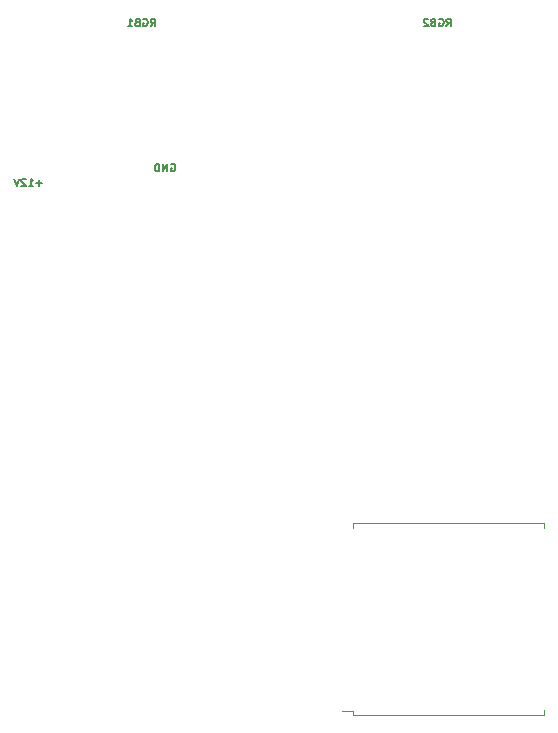
<source format=gbr>
%TF.GenerationSoftware,KiCad,Pcbnew,(6.0.2)*%
%TF.CreationDate,2022-07-01T10:37:28-06:00*%
%TF.ProjectId,RGB-controller,5247422d-636f-46e7-9472-6f6c6c65722e,B*%
%TF.SameCoordinates,Original*%
%TF.FileFunction,Legend,Bot*%
%TF.FilePolarity,Positive*%
%FSLAX46Y46*%
G04 Gerber Fmt 4.6, Leading zero omitted, Abs format (unit mm)*
G04 Created by KiCad (PCBNEW (6.0.2)) date 2022-07-01 10:37:28*
%MOMM*%
%LPD*%
G01*
G04 APERTURE LIST*
%ADD10C,0.150000*%
%ADD11C,0.120000*%
%ADD12C,0.500000*%
%ADD13R,1.000000X1.000000*%
%ADD14O,1.000000X1.000000*%
%ADD15C,2.000000*%
%ADD16C,0.900000*%
%ADD17C,12.800000*%
%ADD18R,2.000000X1.000000*%
G04 APERTURE END LIST*
D10*
X61565238Y-74745000D02*
X61627142Y-74714047D01*
X61720000Y-74714047D01*
X61812857Y-74745000D01*
X61874761Y-74806904D01*
X61905714Y-74868809D01*
X61936666Y-74992619D01*
X61936666Y-75085476D01*
X61905714Y-75209285D01*
X61874761Y-75271190D01*
X61812857Y-75333095D01*
X61720000Y-75364047D01*
X61658095Y-75364047D01*
X61565238Y-75333095D01*
X61534285Y-75302142D01*
X61534285Y-75085476D01*
X61658095Y-75085476D01*
X61255714Y-75364047D02*
X61255714Y-74714047D01*
X60884285Y-75364047D01*
X60884285Y-74714047D01*
X60574761Y-75364047D02*
X60574761Y-74714047D01*
X60420000Y-74714047D01*
X60327142Y-74745000D01*
X60265238Y-74806904D01*
X60234285Y-74868809D01*
X60203333Y-74992619D01*
X60203333Y-75085476D01*
X60234285Y-75209285D01*
X60265238Y-75271190D01*
X60327142Y-75333095D01*
X60420000Y-75364047D01*
X60574761Y-75364047D01*
X84878333Y-63064047D02*
X85095000Y-62754523D01*
X85249761Y-63064047D02*
X85249761Y-62414047D01*
X85002142Y-62414047D01*
X84940238Y-62445000D01*
X84909285Y-62475952D01*
X84878333Y-62537857D01*
X84878333Y-62630714D01*
X84909285Y-62692619D01*
X84940238Y-62723571D01*
X85002142Y-62754523D01*
X85249761Y-62754523D01*
X84259285Y-62445000D02*
X84321190Y-62414047D01*
X84414047Y-62414047D01*
X84506904Y-62445000D01*
X84568809Y-62506904D01*
X84599761Y-62568809D01*
X84630714Y-62692619D01*
X84630714Y-62785476D01*
X84599761Y-62909285D01*
X84568809Y-62971190D01*
X84506904Y-63033095D01*
X84414047Y-63064047D01*
X84352142Y-63064047D01*
X84259285Y-63033095D01*
X84228333Y-63002142D01*
X84228333Y-62785476D01*
X84352142Y-62785476D01*
X83733095Y-62723571D02*
X83640238Y-62754523D01*
X83609285Y-62785476D01*
X83578333Y-62847380D01*
X83578333Y-62940238D01*
X83609285Y-63002142D01*
X83640238Y-63033095D01*
X83702142Y-63064047D01*
X83949761Y-63064047D01*
X83949761Y-62414047D01*
X83733095Y-62414047D01*
X83671190Y-62445000D01*
X83640238Y-62475952D01*
X83609285Y-62537857D01*
X83609285Y-62599761D01*
X83640238Y-62661666D01*
X83671190Y-62692619D01*
X83733095Y-62723571D01*
X83949761Y-62723571D01*
X83330714Y-62475952D02*
X83299761Y-62445000D01*
X83237857Y-62414047D01*
X83083095Y-62414047D01*
X83021190Y-62445000D01*
X82990238Y-62475952D01*
X82959285Y-62537857D01*
X82959285Y-62599761D01*
X82990238Y-62692619D01*
X83361666Y-63064047D01*
X82959285Y-63064047D01*
X59828333Y-63064047D02*
X60045000Y-62754523D01*
X60199761Y-63064047D02*
X60199761Y-62414047D01*
X59952142Y-62414047D01*
X59890238Y-62445000D01*
X59859285Y-62475952D01*
X59828333Y-62537857D01*
X59828333Y-62630714D01*
X59859285Y-62692619D01*
X59890238Y-62723571D01*
X59952142Y-62754523D01*
X60199761Y-62754523D01*
X59209285Y-62445000D02*
X59271190Y-62414047D01*
X59364047Y-62414047D01*
X59456904Y-62445000D01*
X59518809Y-62506904D01*
X59549761Y-62568809D01*
X59580714Y-62692619D01*
X59580714Y-62785476D01*
X59549761Y-62909285D01*
X59518809Y-62971190D01*
X59456904Y-63033095D01*
X59364047Y-63064047D01*
X59302142Y-63064047D01*
X59209285Y-63033095D01*
X59178333Y-63002142D01*
X59178333Y-62785476D01*
X59302142Y-62785476D01*
X58683095Y-62723571D02*
X58590238Y-62754523D01*
X58559285Y-62785476D01*
X58528333Y-62847380D01*
X58528333Y-62940238D01*
X58559285Y-63002142D01*
X58590238Y-63033095D01*
X58652142Y-63064047D01*
X58899761Y-63064047D01*
X58899761Y-62414047D01*
X58683095Y-62414047D01*
X58621190Y-62445000D01*
X58590238Y-62475952D01*
X58559285Y-62537857D01*
X58559285Y-62599761D01*
X58590238Y-62661666D01*
X58621190Y-62692619D01*
X58683095Y-62723571D01*
X58899761Y-62723571D01*
X57909285Y-63064047D02*
X58280714Y-63064047D01*
X58095000Y-63064047D02*
X58095000Y-62414047D01*
X58156904Y-62506904D01*
X58218809Y-62568809D01*
X58280714Y-62599761D01*
X50665238Y-76366428D02*
X50170000Y-76366428D01*
X50417619Y-76614047D02*
X50417619Y-76118809D01*
X49520000Y-76614047D02*
X49891428Y-76614047D01*
X49705714Y-76614047D02*
X49705714Y-75964047D01*
X49767619Y-76056904D01*
X49829523Y-76118809D01*
X49891428Y-76149761D01*
X49272380Y-76025952D02*
X49241428Y-75995000D01*
X49179523Y-75964047D01*
X49024761Y-75964047D01*
X48962857Y-75995000D01*
X48931904Y-76025952D01*
X48900952Y-76087857D01*
X48900952Y-76149761D01*
X48931904Y-76242619D01*
X49303333Y-76614047D01*
X48900952Y-76614047D01*
X48715238Y-75964047D02*
X48498571Y-76614047D01*
X48281904Y-75964047D01*
D11*
%TO.C,MOD501*%
X76970000Y-105170000D02*
X93170000Y-105170000D01*
X93170000Y-121370000D02*
X93170000Y-120970000D01*
X76970000Y-105570000D02*
X76970000Y-105170000D01*
X76970000Y-121020000D02*
X76070000Y-121020000D01*
X76970000Y-121370000D02*
X76970000Y-121020000D01*
X76970000Y-121370000D02*
X93170000Y-121370000D01*
X93170000Y-105170000D02*
X93170000Y-105570000D01*
%TD*%
%LPC*%
D12*
%TO.C,MK801*%
X34757000Y-100570000D03*
%TD*%
D13*
%TO.C,J101*%
X34920000Y-105820000D03*
D14*
X34920000Y-107090000D03*
X34920000Y-108360000D03*
X34920000Y-109630000D03*
X34920000Y-110900000D03*
X34920000Y-112170000D03*
%TD*%
D15*
%TO.C,J201*%
X59179404Y-60680432D03*
X63329404Y-60680432D03*
X66659404Y-60680432D03*
X69989404Y-60680432D03*
X73319404Y-60680432D03*
X76649404Y-60680432D03*
X79979404Y-60680432D03*
X84129404Y-60680432D03*
X59179404Y-56480432D03*
X63329404Y-56480432D03*
X66659404Y-56480432D03*
X69989404Y-56480432D03*
X73319404Y-56480432D03*
X76649404Y-56480432D03*
X79979404Y-56480432D03*
X84129404Y-56480432D03*
X59179404Y-52280432D03*
X63329404Y-52280432D03*
X66659404Y-52280432D03*
X69989404Y-52280432D03*
X73319404Y-52280432D03*
X76649404Y-52280432D03*
X79979404Y-52280432D03*
X84129404Y-52280432D03*
%TD*%
D13*
%TO.C,J202*%
X65255000Y-120450000D03*
D14*
X66525000Y-120450000D03*
X67795000Y-120450000D03*
X69065000Y-120450000D03*
X70335000Y-120450000D03*
%TD*%
D16*
%TO.C,H202*%
X45590000Y-130400000D03*
X37395887Y-133794113D03*
X44184113Y-127005887D03*
X35990000Y-130400000D03*
X37395887Y-127005887D03*
X40790000Y-135200000D03*
X40790000Y-125600000D03*
D17*
X40790000Y-130400000D03*
D16*
X44184113Y-133794113D03*
%TD*%
%TO.C,H201*%
X107530000Y-130400000D03*
X106124113Y-127005887D03*
D17*
X102730000Y-130400000D03*
D16*
X102730000Y-125600000D03*
X97930000Y-130400000D03*
X106124113Y-133794113D03*
X102730000Y-135200000D03*
X99335887Y-133794113D03*
X99335887Y-127005887D03*
%TD*%
D18*
%TO.C,MOD501*%
X77070000Y-120270000D03*
X77070000Y-118270000D03*
X77070000Y-116270000D03*
X77070000Y-114270000D03*
X77070000Y-112270000D03*
X77070000Y-110270000D03*
X77070000Y-108270000D03*
X77070000Y-106270000D03*
X93070000Y-106270000D03*
X93070000Y-108270000D03*
X93070000Y-110270000D03*
X93070000Y-112270000D03*
X93070000Y-114270000D03*
X93070000Y-116270000D03*
X93070000Y-118270000D03*
X93070000Y-120270000D03*
%TD*%
M02*

</source>
